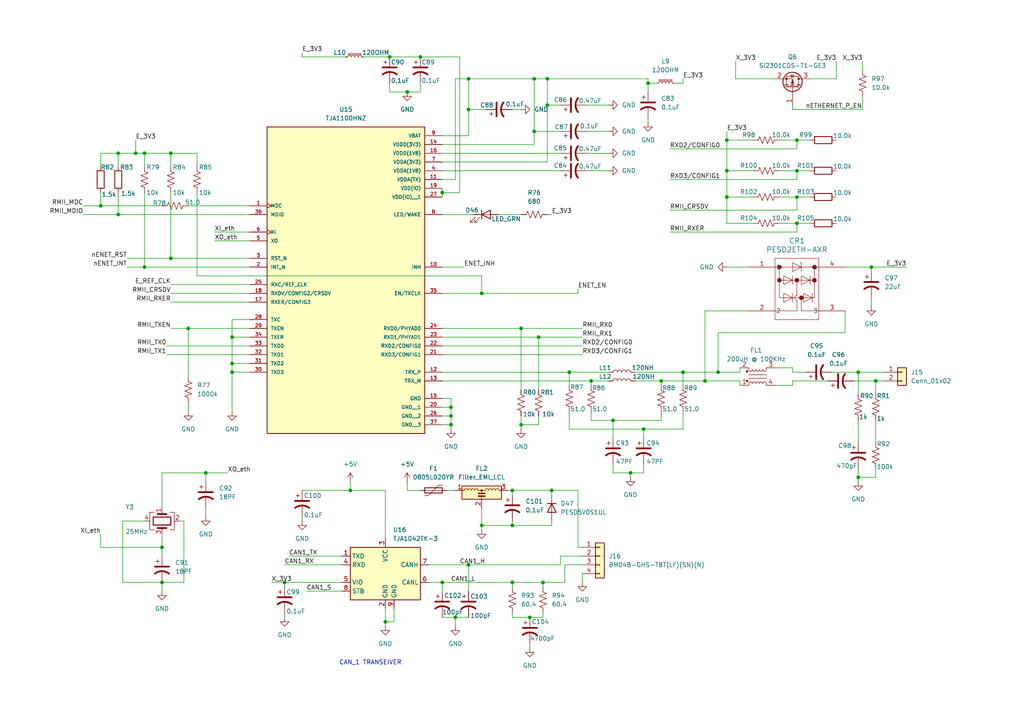
<source format=kicad_sch>
(kicad_sch (version 20231120) (generator "eeschema") (generator_version "8.0")
  (paper "A4")
  (title_block (title "Ethernet") (rev "1") (company "TampanTech") (comment 1 "Drone Flight Management Unit"))
  (lib_symbols
    (symbol "Connector_Generic:Conn_01x02" (pin_names (offset 1.016) hide)
      (property "Reference" "J" (at 0 2.54 0))
      (property "Value" "Conn_01x02" (at 0 -5.08 0))
      (symbol "Conn_01x02_1_1"
        (pin passive line (at -5.08 0 0) (length 3.81) (name "Pin_1") (number "1"))
        (pin passive line (at -5.08 -2.54 0) (length 3.81) (name "Pin_2") (number "2"))
      )
    )
    (symbol "Connector_Generic:Conn_01x04" (pin_names (offset 1.016) hide)
      (property "Reference" "J" (at 0 5.08 0))
      (property "Value" "Conn_01x04" (at 0 -7.62 0))
      (symbol "Conn_01x04_1_1"
        (pin passive line (at -5.08 2.54 0) (length 3.81) (name "Pin_1") (number "1"))
        (pin passive line (at -5.08 0 0) (length 3.81) (name "Pin_2") (number "2"))
        (pin passive line (at -5.08 -2.54 0) (length 3.81) (name "Pin_3") (number "3"))
        (pin passive line (at -5.08 -5.08 0) (length 3.81) (name "Pin_4") (number "4"))
      )
    )
    (symbol "Device:C_Polarized_US" (pin_numbers hide) (pin_names (offset 0.254) hide)
      (property "Reference" "C" (at 0.635 2.54 0))
      (property "Value" "C_Polarized_US" (at 0.635 -2.54 0))
      (symbol "C_Polarized_US_1_1"
        (pin passive line (at 0 3.81 270) (length 2.794) (name "~") (number "1"))
        (pin passive line (at 0 -3.81 90) (length 3.302) (name "~") (number "2"))
      )
    )
    (symbol "Device:Crystal_GND24" (pin_names (offset 1.016) hide)
      (property "Reference" "Y" (at 3.175 5.08 0))
      (property "Value" "Crystal_GND24" (at 3.175 3.175 0))
      (symbol "Crystal_GND24_1_1"
        (pin passive line (at -3.81 0 0) (length 1.27) (name "1") (number "1"))
        (pin passive line (at 0 5.08 270) (length 1.27) (name "2") (number "2"))
        (pin passive line (at 3.81 0 180) (length 1.27) (name "3") (number "3"))
        (pin passive line (at 0 -5.08 90) (length 1.27) (name "4") (number "4"))
      )
    )
    (symbol "Device:D" (pin_numbers hide) (pin_names (offset 1.016) hide)
      (property "Reference" "D" (at 0 2.54 0))
      (property "Value" "D" (at 0 -2.54 0))
      (symbol "D_1_1"
        (pin passive line (at -3.81 0 0) (length 2.54) (name "K") (number "1"))
        (pin passive line (at 3.81 0 180) (length 2.54) (name "A") (number "2"))
      )
    )
    (symbol "Device:Filter_EMI_LCL" (pin_names (offset 0.254) hide)
      (property "Reference" "FL" (at 0 6.985 0))
      (property "Value" "Filter_EMI_LCL" (at 0 5.08 0))
      (symbol "Filter_EMI_LCL_1_1"
        (pin passive line (at -7.62 2.54 0) (length 2.54) (name "1") (number "1"))
        (pin passive line (at 0 -2.54 90) (length 2.54) (name "2") (number "2"))
        (pin passive line (at 7.62 2.54 180) (length 2.54) (name "3") (number "3"))
      )
    )
    (symbol "Device:Filter_EMI_LL_1423" (pin_names hide)
      (property "Reference" "FL" (at 0 4.445 0))
      (property "Value" "Filter_EMI_LL_1423" (at 0 -4.445 0))
      (symbol "Filter_EMI_LL_1423_1_1"
        (pin passive line (at -5.08 -2.54 0) (length 2.54) (name "1") (number "1"))
        (pin passive line (at -5.08 2.54 0) (length 2.54) (name "2") (number "2"))
        (pin passive line (at 5.08 2.54 180) (length 2.54) (name "3") (number "3"))
        (pin passive line (at 5.08 -2.54 180) (length 2.54) (name "4") (number "4"))
      )
    )
    (symbol "Device:L" (pin_numbers hide) (pin_names (offset 1.016) hide)
      (property "Reference" "L" (at -1.27 0 90))
      (property "Value" "L" (at 1.905 0 90))
      (symbol "L_1_1"
        (pin passive line (at 0 3.81 270) (length 1.27) (name "1") (number "1"))
        (pin passive line (at 0 -3.81 90) (length 1.27) (name "2") (number "2"))
      )
    )
    (symbol "Device:LED" (pin_numbers hide) (pin_names (offset 1.016) hide)
      (property "Reference" "D" (at 0 2.54 0))
      (property "Value" "LED" (at 0 -2.54 0))
      (symbol "LED_1_1"
        (pin passive line (at -3.81 0 0) (length 2.54) (name "K") (number "1"))
        (pin passive line (at 3.81 0 180) (length 2.54) (name "A") (number "2"))
      )
    )
    (symbol "Device:L_Ferrite_Small" (pin_numbers hide) (pin_names (offset 0.254) hide)
      (property "Reference" "L" (at 1.27 1.016 0))
      (property "Value" "L_Ferrite_Small" (at 1.27 -1.27 0))
      (symbol "L_Ferrite_Small_1_1"
        (pin passive line (at 0 2.54 270) (length 0.508) (name "~") (number "1"))
        (pin passive line (at 0 -2.54 90) (length 0.508) (name "~") (number "2"))
      )
    )
    (symbol "Device:Polyfuse" (pin_numbers hide) (pin_names (offset 0))
      (property "Reference" "F" (at -2.54 0 90))
      (property "Value" "Polyfuse" (at 2.54 0 90))
      (symbol "Polyfuse_1_1"
        (pin passive line (at 0 3.81 270) (length 1.27) (name "~") (number "1"))
        (pin passive line (at 0 -3.81 90) (length 1.27) (name "~") (number "2"))
      )
    )
    (symbol "Device:R" (pin_numbers hide) (pin_names (offset 0))
      (property "Reference" "R" (at 2.032 0 90))
      (property "Value" "R" (at 0 0 90))
      (symbol "R_1_1"
        (pin passive line (at 0 3.81 270) (length 1.27) (name "~") (number "1"))
        (pin passive line (at 0 -3.81 90) (length 1.27) (name "~") (number "2"))
      )
    )
    (symbol "Device:R_US" (pin_numbers hide) (pin_names (offset 0))
      (property "Reference" "R" (at 2.54 0 90))
      (property "Value" "R_US" (at -2.54 0 90))
      (symbol "R_US_1_1"
        (pin passive line (at 0 3.81 270) (length 1.27) (name "~") (number "1"))
        (pin passive line (at 0 -3.81 90) (length 1.27) (name "~") (number "2"))
      )
    )
    (symbol "Interface_CAN_LIN:TJA1042TK-3"
      (property "Reference" "U" (at -10.16 8.89 0))
      (property "Value" "TJA1042TK-3" (at 1.27 8.89 0))
      (symbol "TJA1042TK-3_1_1"
        (pin input line (at -12.7 5.08 0) (length 2.54) (name "TXD") (number "1"))
        (pin power_in line (at 0 -10.16 90) (length 2.54) (name "GND") (number "2"))
        (pin power_in line (at 0 10.16 270) (length 2.54) (name "VCC") (number "3"))
        (pin output line (at -12.7 2.54 0) (length 2.54) (name "RXD") (number "4"))
        (pin power_in line (at -12.7 -2.54 0) (length 2.54) (name "VIO") (number "5"))
        (pin bidirectional line (at 12.7 -2.54 180) (length 2.54) (name "CANL") (number "6"))
        (pin bidirectional line (at 12.7 2.54 180) (length 2.54) (name "CANH") (number "7"))
        (pin input line (at -12.7 -5.08 0) (length 2.54) (name "STB") (number "8"))
        (pin power_in line (at 2.54 -10.16 90) (length 2.54) (name "GND") (number "9"))
      )
    )
    (symbol "PESD2ETH_AXR:PESD2ETH-AXR" (pin_names (offset 0.254))
      (property "Reference" "CR" (at 15.24 7.62 0))
      (property "Value" "PESD2ETH-AXR" (at 20.32 5.08 0))
      (symbol "PESD2ETH-AXR_0_1"
        (pin unspecified line (at 0 0 0) (length 7.62) (name "1") (number "1"))
        (pin unspecified line (at 0 -12.7 0) (length 7.62) (name "2") (number "2"))
        (pin unspecified line (at 27.94 -12.7 180) (length 7.62) (name "3") (number "3"))
        (pin unspecified line (at 27.94 0 180) (length 7.62) (name "4") (number "4"))
      )
    )
    (symbol "TJA1100:TJA1100HNZ" (pin_names (offset 1.016))
      (property "Reference" "U" (at -22.86 40.64 0))
      (property "Value" "TJA1100HNZ" (at -22.86 -53.34 0))
      (symbol "TJA1100HNZ_0_0"
        (pin input clock (at -27.94 15.24 0) (length 5.08) (name "MDC") (number "1"))
        (pin output line (at 27.94 -2.54 180) (length 5.08) (name "INH") (number "10"))
        (pin power_in line (at 27.94 22.86 180) (length 5.08) (name "VDDA(TX)") (number "11"))
        (pin bidirectional line (at 27.94 -33.02 180) (length 5.08) (name "TRX_P") (number "12"))
        (pin bidirectional line (at 27.94 -35.56 180) (length 5.08) (name "TRX_M") (number "13"))
        (pin power_in line (at 27.94 33.02 180) (length 5.08) (name "VDDD(3V3)") (number "14"))
        (pin power_in line (at 27.94 -40.64 180) (length 5.08) (name "GND") (number "15"))
        (pin power_in line (at 27.94 30.48 180) (length 5.08) (name "VDDD(1V8)") (number "16"))
        (pin bidirectional line (at -27.94 -12.7 0) (length 5.08) (name "RXER/CONFIG3") (number "17"))
        (pin bidirectional line (at -27.94 -10.16 0) (length 5.08) (name "RXDV/CONFIG2/CRSDV") (number "18"))
        (pin power_in line (at 27.94 20.32 180) (length 5.08) (name "VDD(IO)") (number "19"))
        (pin output line (at -27.94 -2.54 0) (length 5.08) (name "INT_N") (number "2"))
        (pin power_in line (at 27.94 -43.18 180) (length 5.08) (name "GND__1") (number "20"))
        (pin bidirectional line (at 27.94 -27.94 180) (length 5.08) (name "RXD3/CONFIG1") (number "21"))
        (pin bidirectional line (at 27.94 -25.4 180) (length 5.08) (name "RXD2/CONFIG0") (number "22"))
        (pin bidirectional line (at 27.94 -22.86 180) (length 5.08) (name "RXD1/PHYAD1") (number "23"))
        (pin bidirectional line (at 27.94 -20.32 180) (length 5.08) (name "RXD0/PHYAD0") (number "24"))
        (pin bidirectional line (at -27.94 -7.62 0) (length 5.08) (name "RXC/REF_CLK") (number "25"))
        (pin power_in line (at 27.94 -45.72 180) (length 5.08) (name "GND__2") (number "26"))
        (pin power_in line (at 27.94 17.78 180) (length 5.08) (name "VDD(IO)__1") (number "27"))
        (pin bidirectional line (at -27.94 -17.78 0) (length 5.08) (name "TXC") (number "28"))
        (pin input line (at -27.94 -20.32 0) (length 5.08) (name "TXEN") (number "29"))
        (pin input line (at -27.94 0 0) (length 5.08) (name "RST_N") (number "3"))
        (pin input line (at -27.94 -33.02 0) (length 5.08) (name "TXD3") (number "30"))
        (pin input line (at -27.94 -30.48 0) (length 5.08) (name "TXD2") (number "31"))
        (pin input line (at -27.94 -27.94 0) (length 5.08) (name "TXD1") (number "32"))
        (pin input line (at -27.94 -25.4 0) (length 5.08) (name "TXD0") (number "33"))
        (pin input line (at -27.94 -22.86 0) (length 5.08) (name "TXER") (number "34"))
        (pin bidirectional line (at 27.94 -10.16 180) (length 5.08) (name "EN/TXCLK") (number "35"))
        (pin bidirectional line (at -27.94 12.7 0) (length 5.08) (name "MDIO") (number "36"))
        (pin power_in line (at 27.94 -48.26 180) (length 5.08) (name "GND__3") (number "37"))
        (pin power_in line (at 27.94 25.4 180) (length 5.08) (name "VDDA(1V8)") (number "4"))
        (pin output line (at -27.94 5.08 0) (length 5.08) (name "XO") (number "5"))
        (pin input clock (at -27.94 7.62 0) (length 5.08) (name "XI") (number "6"))
        (pin power_in line (at 27.94 27.94 180) (length 5.08) (name "VDDA(3V3)") (number "7"))
        (pin bidirectional line (at 27.94 12.7 180) (length 5.08) (name "LED/WAKE") (number "8"))
        (pin power_in line (at 27.94 35.56 180) (length 5.08) (name "VBAT") (number "9"))
      )
    )
    (symbol "Transistor_FET:Si2319CDS" (pin_names hide)
      (property "Reference" "Q" (at 5.08 1.905 0))
      (property "Value" "Si2319CDS" (at 5.08 0 0))
      (symbol "Si2319CDS_1_1"
        (pin input line (at -5.08 0 0) (length 2.54) (name "G") (number "1"))
        (pin passive line (at 2.54 -5.08 90) (length 2.54) (name "S") (number "2"))
        (pin passive line (at 2.54 5.08 270) (length 2.54) (name "D") (number "3"))
      )
    )
    (symbol "power:+5V" (power) (pin_numbers hide) (pin_names (offset 0) hide)
      (property "Value" "+5V" (at 0 3.556 0))
      (symbol "+5V_1_1"
        (pin power_in line (at 0 0 90) (length 0) (name "~") (number "1"))
      )
    )
    (symbol "power:GND" (power) (pin_numbers hide) (pin_names (offset 0) hide)
      (property "Value" "GND" (at 0 -3.81 0))
      (symbol "GND_1_1"
        (pin power_in line (at 0 0 270) (length 0) (name "~") (number "1"))
      )
    )
  )
  (junction (at 231.14 57.15))
  (junction (at 252.73 77.47))
  (junction (at 148.59 142.24))
  (junction (at 160.02 142.24))
  (junction (at 118.11 26.67))
  (junction (at 158.75 22.86))
  (junction (at 151.13 95.25))
  (junction (at 111.76 180.34))
  (junction (at 67.31 107.95))
  (junction (at 39.37 44.45))
  (junction (at 34.29 44.45))
  (junction (at 139.7 152.4))
  (junction (at 165.1 107.95))
  (junction (at 157.48 168.91))
  (junction (at 254 110.49))
  (junction (at 186.69 124.46))
  (junction (at 46.99 168.91))
  (junction (at 46.99 158.75))
  (junction (at 177.8 121.92))
  (junction (at 191.77 110.49))
  (junction (at 67.31 97.79))
  (junction (at 41.91 77.47))
  (junction (at 187.96 24.13))
  (junction (at 29.21 59.69))
  (junction (at 171.45 110.49))
  (junction (at 248.92 107.95))
  (junction (at 210.82 57.15))
  (junction (at 135.89 22.86))
  (junction (at 135.89 163.83))
  (junction (at 128.27 55.88))
  (junction (at 204.47 110.49))
  (junction (at 121.92 16.51))
  (junction (at 49.53 74.93))
  (junction (at 248.92 138.43))
  (junction (at 182.88 137.16))
  (junction (at 130.81 118.11))
  (junction (at 231.14 49.53))
  (junction (at 130.81 123.19))
  (junction (at 148.59 152.4))
  (junction (at 49.53 44.45))
  (junction (at 67.31 105.41))
  (junction (at 210.82 49.53))
  (junction (at 156.21 97.79))
  (junction (at 34.29 62.23))
  (junction (at 139.7 85.09))
  (junction (at 231.14 64.77))
  (junction (at 113.03 16.51))
  (junction (at 154.94 38.1))
  (junction (at 135.89 31.75))
  (junction (at 158.75 30.48))
  (junction (at 148.59 168.91))
  (junction (at 82.55 168.91))
  (junction (at 151.13 123.19))
  (junction (at 101.6 142.24))
  (junction (at 41.91 44.45))
  (junction (at 153.67 179.07))
  (junction (at 231.14 40.64))
  (junction (at 208.28 107.95))
  (junction (at 132.08 179.07))
  (junction (at 54.61 95.25))
  (junction (at 128.27 168.91))
  (junction (at 154.94 22.86))
  (junction (at 130.81 120.65))
  (junction (at 198.12 107.95))
  (junction (at 59.69 137.16))
  (junction (at 210.82 40.64))
  (wire (pts (xy 128.27 39.37) (xy 135.89 39.37)))
  (wire (pts (xy 153.67 186.69) (xy 153.67 187.96)))
  (wire (pts (xy 128.27 120.65) (xy 130.81 120.65)))
  (wire (pts (xy 124.46 168.91) (xy 128.27 168.91)))
  (wire (pts (xy 128.27 102.87) (xy 168.91 102.87)))
  (wire (pts (xy 135.89 22.86) (xy 154.94 22.86)))
  (wire (pts (xy 24.13 62.23) (xy 34.29 62.23)))
  (wire (pts (xy 208.28 107.95) (xy 214.63 107.95)))
  (wire (pts (xy 247.65 110.49) (xy 254 110.49)))
  (wire (pts (xy 48.26 100.33) (xy 72.39 100.33)))
  (wire (pts (xy 229.87 110.49) (xy 240.03 110.49)))
  (wire (pts (xy 132.08 52.07) (xy 128.27 52.07)))
  (wire (pts (xy 158.75 22.86) (xy 187.96 22.86)))
  (wire (pts (xy 128.27 49.53) (xy 162.56 49.53)))
  (wire (pts (xy 147.32 142.24) (xy 148.59 142.24)))
  (wire (pts (xy 210.82 77.47) (xy 217.17 77.47)))
  (wire (pts (xy 210.82 40.64) (xy 210.82 49.53)))
  (wire (pts (xy 67.31 105.41) (xy 67.31 107.95)))
  (wire (pts (xy 154.94 41.91) (xy 154.94 38.1)))
  (wire (pts (xy 49.53 82.55) (xy 72.39 82.55)))
  (wire (pts (xy 135.89 39.37) (xy 135.89 31.75)))
  (wire (pts (xy 229.87 110.49) (xy 229.87 111.76)))
  (wire (pts (xy 242.57 22.86) (xy 234.95 22.86)))
  (wire (pts (xy 170.18 49.53) (xy 176.53 49.53)))
  (wire (pts (xy 156.21 97.79) (xy 168.91 97.79)))
  (wire (pts (xy 128.27 107.95) (xy 165.1 107.95)))
  (wire (pts (xy 139.7 152.4) (xy 148.59 152.4)))
  (wire (pts (xy 245.11 90.17) (xy 245.11 96.52)))
  (wire (pts (xy 248.92 107.95) (xy 248.92 114.3)))
  (wire (pts (xy 160.02 152.4) (xy 148.59 152.4)))
  (wire (pts (xy 165.1 124.46) (xy 186.69 124.46)))
  (wire (pts (xy 135.89 171.45) (xy 135.89 163.83)))
  (wire (pts (xy 250.19 17.78) (xy 250.19 20.32)))
  (wire (pts (xy 128.27 55.88) (xy 133.35 55.88)))
  (wire (pts (xy 128.27 54.61) (xy 128.27 55.88)))
  (wire (pts (xy 128.27 95.25) (xy 151.13 95.25)))
  (wire (pts (xy 250.19 31.75) (xy 250.19 27.94)))
  (wire (pts (xy 231.14 64.77) (xy 234.95 64.77)))
  (wire (pts (xy 229.87 107.95) (xy 233.68 107.95)))
  (wire (pts (xy 165.1 111.76) (xy 165.1 107.95)))
  (wire (pts (xy 88.9 171.45) (xy 99.06 171.45)))
  (wire (pts (xy 151.13 95.25) (xy 168.91 95.25)))
  (wire (pts (xy 157.48 168.91) (xy 163.83 168.91)))
  (wire (pts (xy 111.76 180.34) (xy 111.76 181.61)))
  (wire (pts (xy 210.82 57.15) (xy 218.44 57.15)))
  (wire (pts (xy 124.46 163.83) (xy 135.89 163.83)))
  (wire (pts (xy 67.31 97.79) (xy 72.39 97.79)))
  (wire (pts (xy 231.14 64.77) (xy 231.14 67.31)))
  (wire (pts (xy 187.96 26.67) (xy 187.96 24.13)))
  (wire (pts (xy 148.59 31.75) (xy 151.13 31.75)))
  (wire (pts (xy 213.36 22.86) (xy 224.79 22.86)))
  (wire (pts (xy 187.96 22.86) (xy 187.96 24.13)))
  (wire (pts (xy 170.18 44.45) (xy 176.53 44.45)))
  (wire (pts (xy 113.03 16.51) (xy 121.92 16.51)))
  (wire (pts (xy 187.96 24.13) (xy 190.5 24.13)))
  (wire (pts (xy 132.08 181.61) (xy 132.08 179.07)))
  (wire (pts (xy 171.45 110.49) (xy 171.45 111.76)))
  (wire (pts (xy 54.61 116.84) (xy 54.61 119.38)))
  (wire (pts (xy 53.34 151.13) (xy 53.34 168.91)))
  (wire (pts (xy 214.63 110.49) (xy 214.63 111.76)))
  (wire (pts (xy 53.34 168.91) (xy 46.99 168.91)))
  (wire (pts (xy 83.82 161.29) (xy 99.06 161.29)))
  (wire (pts (xy 171.45 119.38) (xy 171.45 121.92)))
  (wire (pts (xy 226.06 49.53) (xy 231.14 49.53)))
  (wire (pts (xy 82.55 168.91) (xy 99.06 168.91)))
  (wire (pts (xy 41.91 44.45) (xy 49.53 44.45)))
  (wire (pts (xy 229.87 31.75) (xy 250.19 31.75)))
  (wire (pts (xy 154.94 38.1) (xy 154.94 22.86)))
  (wire (pts (xy 148.59 152.4) (xy 148.59 151.13)))
  (wire (pts (xy 46.99 158.75) (xy 46.99 161.29)))
  (wire (pts (xy 157.48 179.07) (xy 157.48 177.8)))
  (wire (pts (xy 165.1 119.38) (xy 165.1 124.46)))
  (wire (pts (xy 226.06 40.64) (xy 231.14 40.64)))
  (wire (pts (xy 135.89 163.83) (xy 162.56 163.83)))
  (wire (pts (xy 163.83 168.91) (xy 163.83 163.83)))
  (wire (pts (xy 177.8 137.16) (xy 182.88 137.16)))
  (wire (pts (xy 160.02 142.24) (xy 167.64 142.24)))
  (wire (pts (xy 111.76 156.21) (xy 111.76 142.24)))
  (wire (pts (xy 245.11 77.47) (xy 252.73 77.47)))
  (wire (pts (xy 167.64 83.82) (xy 167.64 85.09)))
  (wire (pts (xy 226.06 64.77) (xy 231.14 64.77)))
  (wire (pts (xy 210.82 38.1) (xy 210.82 40.64)))
  (wire (pts (xy 128.27 179.07) (xy 132.08 179.07)))
  (wire (pts (xy 163.83 163.83) (xy 168.91 163.83)))
  (wire (pts (xy 82.55 177.8) (xy 82.55 179.07)))
  (wire (pts (xy 167.64 142.24) (xy 167.64 158.75)))
  (wire (pts (xy 128.27 123.19) (xy 130.81 123.19)))
  (wire (pts (xy 82.55 163.83) (xy 99.06 163.83)))
  (wire (pts (xy 162.56 163.83) (xy 162.56 161.29)))
  (wire (pts (xy 198.12 24.13) (xy 198.12 22.86)))
  (wire (pts (xy 46.99 168.91) (xy 46.99 171.45)))
  (wire (pts (xy 128.27 55.88) (xy 128.27 57.15)))
  (wire (pts (xy 29.21 44.45) (xy 34.29 44.45)))
  (wire (pts (xy 36.83 77.47) (xy 41.91 77.47)))
  (wire (pts (xy 248.92 135.89) (xy 248.92 138.43)))
  (wire (pts (xy 78.74 168.91) (xy 82.55 168.91)))
  (wire (pts (xy 49.53 74.93) (xy 72.39 74.93)))
  (wire (pts (xy 254 110.49) (xy 256.54 110.49)))
  (wire (pts (xy 204.47 90.17) (xy 204.47 110.49)))
  (wire (pts (xy 153.67 179.07) (xy 157.48 179.07)))
  (wire (pts (xy 231.14 49.53) (xy 231.14 52.07)))
  (wire (pts (xy 128.27 115.57) (xy 130.81 115.57)))
  (wire (pts (xy 231.14 43.18) (xy 194.31 43.18)))
  (wire (pts (xy 208.28 96.52) (xy 208.28 107.95)))
  (wire (pts (xy 191.77 121.92) (xy 191.77 119.38)))
  (wire (pts (xy 254 135.89) (xy 254 138.43)))
  (wire (pts (xy 204.47 110.49) (xy 214.63 110.49)))
  (wire (pts (xy 128.27 100.33) (xy 168.91 100.33)))
  (wire (pts (xy 154.94 22.86) (xy 158.75 22.86)))
  (wire (pts (xy 128.27 77.47) (xy 134.62 77.47)))
  (wire (pts (xy 191.77 111.76) (xy 191.77 110.49)))
  (wire (pts (xy 148.59 179.07) (xy 153.67 179.07)))
  (wire (pts (xy 29.21 154.94) (xy 29.21 158.75)))
  (wire (pts (xy 129.54 142.24) (xy 132.08 142.24)))
  (wire (pts (xy 214.63 107.95) (xy 214.63 106.68)))
  (wire (pts (xy 229.87 31.75) (xy 229.87 30.48)))
  (wire (pts (xy 198.12 107.95) (xy 198.12 111.76)))
  (wire (pts (xy 87.63 142.24) (xy 101.6 142.24)))
  (wire (pts (xy 176.53 30.48) (xy 170.18 30.48)))
  (wire (pts (xy 139.7 85.09) (xy 139.7 80.01)))
  (wire (pts (xy 191.77 110.49) (xy 204.47 110.49)))
  (wire (pts (xy 62.23 69.85) (xy 72.39 69.85)))
  (wire (pts (xy 194.31 60.96) (xy 231.14 60.96)))
  (wire (pts (xy 39.37 40.64) (xy 39.37 44.45)))
  (wire (pts (xy 118.11 139.7) (xy 118.11 142.24)))
  (wire (pts (xy 194.31 52.07) (xy 231.14 52.07)))
  (wire (pts (xy 46.99 137.16) (xy 59.69 137.16)))
  (wire (pts (xy 156.21 123.19) (xy 151.13 123.19)))
  (wire (pts (xy 148.59 142.24) (xy 148.59 143.51)))
  (wire (pts (xy 252.73 77.47) (xy 262.89 77.47)))
  (wire (pts (xy 231.14 57.15) (xy 231.14 60.96)))
  (wire (pts (xy 34.29 55.88) (xy 34.29 62.23)))
  (wire (pts (xy 210.82 57.15) (xy 210.82 64.77)))
  (wire (pts (xy 49.53 44.45) (xy 49.53 48.26)))
  (wire (pts (xy 113.03 26.67) (xy 118.11 26.67)))
  (wire (pts (xy 158.75 46.99) (xy 158.75 30.48)))
  (wire (pts (xy 135.89 31.75) (xy 135.89 22.86)))
  (wire (pts (xy 118.11 142.24) (xy 121.92 142.24)))
  (wire (pts (xy 186.69 137.16) (xy 182.88 137.16)))
  (wire (pts (xy 252.73 86.36) (xy 252.73 88.9)))
  (wire (pts (xy 49.53 44.45) (xy 57.15 44.45)))
  (wire (pts (xy 29.21 59.69) (xy 46.99 59.69)))
  (wire (pts (xy 67.31 107.95) (xy 72.39 107.95)))
  (wire (pts (xy 49.53 95.25) (xy 54.61 95.25)))
  (wire (pts (xy 57.15 55.88) (xy 57.15 80.01)))
  (wire (pts (xy 242.57 17.78) (xy 242.57 22.86)))
  (wire (pts (xy 41.91 151.13) (xy 35.56 151.13)))
  (wire (pts (xy 130.81 115.57) (xy 130.81 118.11)))
  (wire (pts (xy 248.92 107.95) (xy 256.54 107.95)))
  (wire (pts (xy 105.41 16.51) (xy 113.03 16.51)))
  (wire (pts (xy 151.13 95.25) (xy 151.13 113.03)))
  (wire (pts (xy 35.56 168.91) (xy 46.99 168.91)))
  (wire (pts (xy 132.08 22.86) (xy 135.89 22.86)))
  (wire (pts (xy 231.14 40.64) (xy 234.95 40.64)))
  (wire (pts (xy 148.59 168.91) (xy 148.59 170.18)))
  (wire (pts (xy 118.11 26.67) (xy 121.92 26.67)))
  (wire (pts (xy 198.12 124.46) (xy 198.12 119.38)))
  (wire (pts (xy 121.92 16.51) (xy 133.35 16.51)))
  (wire (pts (xy 139.7 153.67) (xy 139.7 152.4)))
  (wire (pts (xy 157.48 168.91) (xy 157.48 170.18)))
  (wire (pts (xy 128.27 44.45) (xy 162.56 44.45)))
  (wire (pts (xy 114.3 180.34) (xy 111.76 180.34)))
  (wire (pts (xy 67.31 105.41) (xy 72.39 105.41)))
  (wire (pts (xy 128.27 171.45) (xy 128.27 168.91)))
  (wire (pts (xy 187.96 34.29) (xy 187.96 35.56)))
  (wire (pts (xy 132.08 179.07) (xy 135.89 179.07)))
  (wire (pts (xy 113.03 24.13) (xy 113.03 26.67)))
  (wire (pts (xy 165.1 107.95) (xy 176.53 107.95)))
  (wire (pts (xy 34.29 62.23) (xy 72.39 62.23)))
  (wire (pts (xy 67.31 107.95) (xy 67.31 119.38)))
  (wire (pts (xy 67.31 97.79) (xy 67.31 105.41)))
  (wire (pts (xy 194.31 67.31) (xy 231.14 67.31)))
  (wire (pts (xy 252.73 77.47) (xy 252.73 78.74)))
  (wire (pts (xy 59.69 137.16) (xy 66.04 137.16)))
  (wire (pts (xy 229.87 111.76) (xy 224.79 111.76)))
  (wire (pts (xy 210.82 49.53) (xy 210.82 57.15)))
  (wire (pts (xy 154.94 38.1) (xy 162.56 38.1)))
  (wire (pts (xy 226.06 57.15) (xy 231.14 57.15)))
  (wire (pts (xy 139.7 85.09) (xy 167.64 85.09)))
  (wire (pts (xy 177.8 121.92) (xy 177.8 127)))
  (wire (pts (xy 130.81 123.19) (xy 130.81 124.46)))
  (wire (pts (xy 128.27 97.79) (xy 156.21 97.79)))
  (wire (pts (xy 128.27 62.23) (xy 137.16 62.23)))
  (wire (pts (xy 151.13 123.19) (xy 151.13 124.46)))
  (wire (pts (xy 158.75 30.48) (xy 158.75 22.86)))
  (wire (pts (xy 182.88 138.43) (xy 182.88 137.16)))
  (wire (pts (xy 72.39 92.71) (xy 67.31 92.71)))
  (wire (pts (xy 229.87 106.68) (xy 229.87 107.95)))
  (wire (pts (xy 151.13 120.65) (xy 151.13 123.19)))
  (wire (pts (xy 231.14 57.15) (xy 234.95 57.15)))
  (wire (pts (xy 24.13 59.69) (xy 29.21 59.69)))
  (wire (pts (xy 195.58 24.13) (xy 198.12 24.13)))
  (wire (pts (xy 160.02 143.51) (xy 160.02 142.24)))
  (wire (pts (xy 184.15 107.95) (xy 198.12 107.95)))
  (wire (pts (xy 128.27 110.49) (xy 171.45 110.49)))
  (wire (pts (xy 52.07 151.13) (xy 53.34 151.13)))
  (wire (pts (xy 177.8 134.62) (xy 177.8 137.16)))
  (wire (pts (xy 254 110.49) (xy 254 114.3)))
  (wire (pts (xy 168.91 168.91) (xy 168.91 166.37)))
  (wire (pts (xy 210.82 49.53) (xy 218.44 49.53)))
  (wire (pts (xy 87.63 16.51) (xy 100.33 16.51)))
  (wire (pts (xy 34.29 44.45) (xy 34.29 48.26)))
  (wire (pts (xy 130.81 120.65) (xy 130.81 123.19)))
  (wire (pts (xy 160.02 151.13) (xy 160.02 152.4)))
  (wire (pts (xy 29.21 48.26) (xy 29.21 44.45)))
  (wire (pts (xy 54.61 95.25) (xy 54.61 109.22)))
  (wire (pts (xy 158.75 30.48) (xy 162.56 30.48)))
  (wire (pts (xy 49.53 85.09) (xy 72.39 85.09)))
  (wire (pts (xy 148.59 168.91) (xy 157.48 168.91)))
  (wire (pts (xy 128.27 41.91) (xy 154.94 41.91)))
  (wire (pts (xy 49.53 87.63) (xy 72.39 87.63)))
  (wire (pts (xy 29.21 158.75) (xy 46.99 158.75)))
  (wire (pts (xy 245.11 96.52) (xy 208.28 96.52)))
  (wire (pts (xy 82.55 168.91) (xy 82.55 170.18)))
  (wire (pts (xy 170.18 38.1) (xy 176.53 38.1)))
  (wire (pts (xy 111.76 142.24) (xy 101.6 142.24)))
  (wire (pts (xy 87.63 149.86) (xy 87.63 151.13)))
  (wire (pts (xy 41.91 77.47) (xy 72.39 77.47)))
  (wire (pts (xy 62.23 67.31) (xy 72.39 67.31)))
  (wire (pts (xy 156.21 97.79) (xy 156.21 113.03)))
  (wire (pts (xy 148.59 177.8) (xy 148.59 179.07)))
  (wire (pts (xy 158.75 62.23) (xy 160.02 62.23)))
  (wire (pts (xy 139.7 147.32) (xy 139.7 152.4)))
  (wire (pts (xy 160.02 142.24) (xy 148.59 142.24)))
  (wire (pts (xy 224.79 106.68) (xy 229.87 106.68)))
  (wire (pts (xy 210.82 64.77) (xy 218.44 64.77)))
  (wire (pts (xy 54.61 59.69) (xy 72.39 59.69)))
  (wire (pts (xy 254 138.43) (xy 248.92 138.43)))
  (wire (pts (xy 248.92 138.43) (xy 248.92 139.7)))
  (wire (pts (xy 46.99 154.94) (xy 46.99 158.75)))
  (wire (pts (xy 254 121.92) (xy 254 128.27)))
  (wire (pts (xy 59.69 147.32) (xy 59.69 149.86)))
  (wire (pts (xy 111.76 176.53) (xy 111.76 180.34)))
  (wire (pts (xy 67.31 92.71) (xy 67.31 97.79)))
  (wire (pts (xy 114.3 176.53) (xy 114.3 180.34)))
  (wire (pts (xy 128.27 168.91) (xy 148.59 168.91)))
  (wire (pts (xy 186.69 124.46) (xy 198.12 124.46)))
  (wire (pts (xy 128.27 85.09) (xy 139.7 85.09)))
  (wire (pts (xy 128.27 46.99) (xy 158.75 46.99)))
  (wire (pts (xy 39.37 44.45) (xy 41.91 44.45)))
  (wire (pts (xy 171.45 110.49) (xy 176.53 110.49)))
  (wire (pts (xy 217.17 90.17) (xy 204.47 90.17)))
  (wire (pts (xy 135.89 31.75) (xy 140.97 31.75)))
  (wire (pts (xy 191.77 110.49) (xy 184.15 110.49)))
  (wire (pts (xy 132.08 22.86) (xy 132.08 52.07)))
  (wire (pts (xy 35.56 151.13) (xy 35.56 168.91)))
  (wire (pts (xy 133.35 55.88) (xy 133.35 16.51)))
  (wire (pts (xy 186.69 134.62) (xy 186.69 137.16)))
  (wire (pts (xy 57.15 48.26) (xy 57.15 44.45)))
  (wire (pts (xy 101.6 142.24) (xy 101.6 139.7)))
  (wire (pts (xy 121.92 24.13) (xy 121.92 26.67)))
  (wire (pts (xy 36.83 74.93) (xy 49.53 74.93)))
  (wire (pts (xy 41.91 55.88) (xy 41.91 77.47)))
  (wire (pts (xy 177.8 121.92) (xy 191.77 121.92)))
  (wire (pts (xy 34.29 44.45) (xy 39.37 44.45)))
  (wire (pts (xy 186.69 124.46) (xy 186.69 127)))
  (wire (pts (xy 162.56 161.29) (xy 168.91 161.29)))
  (wire (pts (xy 49.53 55.88) (xy 49.53 74.93)))
  (wire (pts (xy 231.14 49.53) (xy 234.95 49.53)))
  (wire (pts (xy 29.21 55.88) (xy 29.21 59.69)))
  (wire (pts (xy 156.21 120.65) (xy 156.21 123.19)))
  (wire (pts (xy 139.7 80.01) (xy 57.15 80.01)))
  (wire (pts (xy 171.45 121.92) (xy 177.8 121.92)))
  (wire (pts (xy 144.78 62.23) (xy 151.13 62.23)))
  (wire (pts (xy 59.69 137.16) (xy 59.69 139.7)))
  (wire (pts (xy 213.36 17.78) (xy 213.36 22.86)))
  (wire (pts (xy 167.64 158.75) (xy 168.91 158.75)))
  (wire (pts (xy 128.27 118.11) (xy 130.81 118.11)))
  (wire (pts (xy 210.82 40.64) (xy 218.44 40.64)))
  (wire (pts (xy 231.14 40.64) (xy 231.14 43.18)))
  (wire (pts (xy 87.63 15.24) (xy 87.63 16.51)))
  (wire (pts (xy 46.99 147.32) (xy 46.99 137.16)))
  (wire (pts (xy 130.81 118.11) (xy 130.81 120.65)))
  (wire (pts (xy 248.92 121.92) (xy 248.92 128.27)))
  (wire (pts (xy 241.3 107.95) (xy 248.92 107.95)))
  (wire (pts (xy 198.12 107.95) (xy 208.28 107.95)))
  (wire (pts (xy 48.26 102.87) (xy 72.39 102.87)))
  (wire (pts (xy 54.61 95.25) (xy 72.39 95.25)))
  (wire (pts (xy 41.91 48.26) (xy 41.91 44.45)))
  (text "CAN_1 TRANSEIVER" (at 107.442 192.278 0) (effects (font (size 1.27 1.27))))
  (label "X_3V3" (at 213.36 17.78 0))
  (label "XO_eth" (at 62.23 69.85 0))
  (label "RMII_CRSDV" (at 194.31 60.96 0))
  (label "E_3V3" (at 262.89 77.47 180))
  (label "RMII_RXER" (at 194.31 67.31 0))
  (label "E_3V3" (at 210.82 38.1 0))
  (label "nETHERNET_P_EN" (at 233.68 31.75 0))
  (label "ENET_INH" (at 134.62 77.47 0))
  (label "ENET_EN" (at 167.64 83.82 0))
  (label "CAN1_H" (at 133.35 163.83 0))
  (label "RMII_TX0" (at 48.26 100.33 180))
  (label "RMII_RX1" (at 168.91 97.79 0))
  (label "XI_eth" (at 62.23 67.31 0))
  (label " RMII_MDIO" (at 24.13 62.23 180))
  (label "RMII_TXEN" (at 49.53 95.25 180))
  (label "CAN1_L" (at 130.81 168.91 0))
  (label "RXD3{slash}CONFIG1" (at 194.31 52.07 0))
  (label "E_REF_CLK" (at 49.53 82.55 180))
  (label "X_3V3" (at 250.19 17.78 180))
  (label "nENET_RST" (at 36.83 74.93 180))
  (label "RMII_RXER" (at 49.53 87.63 180))
  (label "RXD3{slash}CONFIG1" (at 168.91 102.87 0))
  (label "RMII_CRSDV" (at 49.53 85.09 180))
  (label "CAN1_TX" (at 83.82 161.29 0))
  (label "RMII_MDC" (at 24.13 59.69 180))
  (label "E_3V3" (at 242.57 17.78 180))
  (label "E_3V3" (at 39.37 40.64 0))
  (label "X_3V3" (at 78.74 168.91 0))
  (label "CAN1_RX" (at 82.55 163.83 0))
  (label "E_3V3" (at 87.63 15.24 0))
  (label "RMII_RX0" (at 168.91 95.25 0))
  (label "XI_eth" (at 29.21 154.94 180))
  (label "E_3V3" (at 198.12 22.86 0))
  (label "XO_eth" (at 66.04 137.16 0))
  (label "RXD2{slash}CONFIG0" (at 168.91 100.33 0))
  (label "CAN1_S" (at 88.9 171.45 0))
  (label "nENET_INT" (at 36.83 77.47 180))
  (label "RMII_TX1" (at 48.26 102.87 180))
  (label "RXD2{slash}CONFIG0" (at 194.31 43.18 0))
  (label "E_3V3" (at 160.02 62.23 0))
  (symbol (lib_id "Device:Filter_EMI_LCL") (at 139.7 144.78 0) (unit 1)
    (property "Reference" "FL2" (at 139.7 135.89 0))
    (property "Value" "Filter_EMI_LCL" (at 139.7 138.43 0))
    (property "Datasheet" "http://www.murata.com/~/media/webrenewal/support/library/catalog/products/emc/emifil/c31e.ashx?la=en-gb" (effects (hide yes)))
    (property "Description" "EMI T-filter (LCL)" (effects (hide yes)))
  )
  (symbol (lib_id "Device:C_Polarized_US") (at 135.89 175.26 0) (unit 1)
    (property "Reference" "C103" (at 136.398 172.974 0) (effects (justify left)))
    (property "Value" "100pF" (at 136.398 178.562 0) (effects (justify left)))
    (property "Description" "Polarized capacitor, US symbol" (effects (hide yes)))
  )
  (symbol (lib_id "Device:L_Ferrite_Small") (at 102.87 16.51 90) (unit 1)
    (property "Reference" "L10" (at 98.552 15.24 90))
    (property "Value" "120OHM" (at 108.966 15.24 90))
    (property "Description" "Inductor with ferrite core, small symbol" (effects (hide yes)))
  )
  (symbol (lib_id "power:GND") (at 176.53 49.53 90) (unit 1)
    (property "Reference" "#PWR0168" (effects (hide yes)))
    (property "Value" "GND" (at 180.34 49.5299 90) (effects (justify right)))
    (property "Description" "Power symbol creates a global label with name \"GND\" , ground" (effects (hide yes)))
  )
  (symbol (lib_id "power:+5V") (at 101.6 139.7 0) (unit 1)
    (property "Reference" "#PWR0181" (effects (hide yes)))
    (property "Value" "+5V" (at 101.6 134.62 0))
    (property "Description" "Power symbol creates a global label with name \"+5V\"" (effects (hide yes)))
  )
  (symbol (lib_id "power:GND") (at 252.73 88.9 0) (unit 1)
    (property "Reference" "#PWR0177" (effects (hide yes)))
    (property "Value" "GND" (at 252.73 93.98 0))
    (property "Description" "Power symbol creates a global label with name \"GND\" , ground" (effects (hide yes)))
  )
  (symbol (lib_id "Device:C_Polarized_US") (at 59.69 143.51 0) (unit 1)
    (property "Reference" "C92" (at 63.5 141.6049 0) (effects (justify left)))
    (property "Value" "18PF" (at 63.5 144.1449 0) (effects (justify left)))
    (property "Description" "Polarized capacitor, US symbol" (effects (hide yes)))
  )
  (symbol (lib_id "power:GND") (at 59.69 149.86 0) (unit 1)
    (property "Reference" "#PWR0174" (effects (hide yes)))
    (property "Value" "GND" (at 59.69 154.94 0))
    (property "Description" "Power symbol creates a global label with name \"GND\" , ground" (effects (hide yes)))
  )
  (symbol (lib_id "Device:R_US") (at 198.12 115.57 0) (unit 1)
    (property "Reference" "R89" (at 198.374 112.522 0) (effects (justify left)))
    (property "Value" "51.0" (at 198.374 118.618 0) (effects (justify left)))
    (property "Description" "Resistor, US symbol" (effects (hide yes)))
  )
  (symbol (lib_id "Transistor_FET:Si2319CDS") (at 229.87 25.4 270) (mirror x) (unit 1)
    (property "Reference" "Q6" (at 229.87 16.51 90))
    (property "Value" "Si2301CDS-T1-GE3" (at 229.87 19.05 90))
    (property "Footprint" "Package_TO_SOT_SMD:SOT-23" (effects (hide yes)))
    (property "Datasheet" "http://www.vishay.com/docs/66709/si2319cd.pdf" (effects (hide yes)))
    (property "Description" "-4.4A Id, -40V Vds, P-Channel MOSFET, SOT-23" (effects (hide yes)))
  )
  (symbol (lib_id "Device:R") (at 34.29 52.07 0) (unit 1)
    (property "Reference" "R83" (at 34.798 48.514 0) (effects (justify left)))
    (property "Value" "1.5k" (at 35.052 56.134 0) (effects (justify left)))
    (property "Description" "Resistor" (effects (hide yes)))
  )
  (symbol (lib_id "Device:R_US") (at 222.25 57.15 90) (unit 1)
    (property "Reference" "R102" (at 217.17 55.626 90))
    (property "Value" "10.0k" (at 226.568 55.626 90))
    (property "Description" "Resistor, US symbol" (effects (hide yes)))
  )
  (symbol (lib_id "Device:R_US") (at 191.77 115.57 0) (unit 1)
    (property "Reference" "R88" (at 192.024 112.522 0) (effects (justify left)))
    (property "Value" "51.0" (at 192.024 118.618 0) (effects (justify left)))
    (property "Description" "Resistor, US symbol" (effects (hide yes)))
  )
  (symbol (lib_id "Device:R_US") (at 151.13 116.84 0) (unit 1)
    (property "Reference" "R80" (at 151.638 113.792 0) (effects (justify left)))
    (property "Value" "10k" (at 151.638 120.142 0) (effects (justify left)))
    (property "Description" "Resistor, US symbol" (effects (hide yes)))
  )
  (symbol (lib_id "Device:LED") (at 140.97 62.23 0) (unit 1)
    (property "Reference" "D46" (at 136.906 60.96 0))
    (property "Value" "LED_GRN" (at 146.812 63.5 0))
    (property "Description" "Light emitting diode" (effects (hide yes)))
  )
  (symbol (lib_id "power:GND") (at 130.81 124.46 0) (unit 1)
    (property "Reference" "#PWR0162" (effects (hide yes)))
    (property "Value" "GND" (at 130.81 129.54 0))
    (property "Description" "Power symbol creates a global label with name \"GND\" , ground" (effects (hide yes)))
  )
  (symbol (lib_id "Device:Filter_EMI_LL_1423") (at 219.71 109.22 0) (unit 1)
    (property "Reference" "FL1" (at 219.329 101.6 0))
    (property "Value" "200uH @ 100KHz" (at 219.329 104.14 0))
    (property "Description" "EMI 2-inductor filter, pin-connections 1-4 and 2-3" (effects (hide yes)))
  )
  (symbol (lib_id "power:GND") (at 176.53 44.45 90) (unit 1)
    (property "Reference" "#PWR0169" (effects (hide yes)))
    (property "Value" "GND" (at 180.34 44.4499 90) (effects (justify right)))
    (property "Description" "Power symbol creates a global label with name \"GND\" , ground" (effects (hide yes)))
  )
  (symbol (lib_id "Device:C_Polarized_US") (at 166.37 30.48 90) (unit 1)
    (property "Reference" "C86" (at 162.56 28.956 90))
    (property "Value" "0.47uF" (at 171.196 29.21 90))
    (property "Description" "Polarized capacitor, US symbol" (effects (hide yes)))
  )
  (symbol (lib_id "Device:C_Polarized_US") (at 177.8 130.81 0) (unit 1)
    (property "Reference" "C93" (at 178.562 128.524 0) (effects (justify left)))
    (property "Value" "47PF" (at 178.562 133.858 0) (effects (justify left)))
    (property "Description" "Polarized capacitor, US symbol" (effects (hide yes)))
  )
  (symbol (lib_id "Device:C_Polarized_US") (at 166.37 38.1 90) (unit 1)
    (property "Reference" "C87" (at 162.814 36.83 90))
    (property "Value" "0.1uF" (at 170.942 36.576 90))
    (property "Description" "Polarized capacitor, US symbol" (effects (hide yes)))
  )
  (symbol (lib_id "Device:C_Polarized_US") (at 148.59 147.32 0) (unit 1)
    (property "Reference" "C101" (at 152.4 145.4149 0) (effects (justify left)))
    (property "Value" "0.1uF" (at 152.4 147.9549 0) (effects (justify left)))
    (property "Description" "Polarized capacitor, US symbol" (effects (hide yes)))
  )
  (symbol (lib_id "Device:R") (at 29.21 52.07 0) (unit 1)
    (property "Reference" "R82" (at 29.21 48.514 0) (effects (justify left)))
    (property "Value" "1.5k" (at 29.464 56.388 0) (effects (justify left)))
    (property "Description" "Resistor" (effects (hide yes)))
  )
  (symbol (lib_id "power:GND") (at 187.96 35.56 0) (unit 1)
    (property "Reference" "#PWR0167" (effects (hide yes)))
    (property "Value" "GND" (at 187.96 40.64 0))
    (property "Description" "Power symbol creates a global label with name \"GND\" , ground" (effects (hide yes)))
  )
  (symbol (lib_id "power:GND") (at 248.92 139.7 0) (unit 1)
    (property "Reference" "#PWR0178" (effects (hide yes)))
    (property "Value" "GND" (at 248.92 144.78 0))
    (property "Description" "Power symbol creates a global label with name \"GND\" , ground" (effects (hide yes)))
  )
  (symbol (lib_id "Device:R_US") (at 248.92 118.11 0) (unit 1)
    (property "Reference" "R90" (at 249.428 114.808 0) (effects (justify left)))
    (property "Value" "1k" (at 249.174 120.904 0) (effects (justify left)))
    (property "Description" "Resistor, US symbol" (effects (hide yes)))
  )
  (symbol (lib_id "Connector_Generic:Conn_01x04") (at 173.99 161.29 0) (unit 1)
    (property "Reference" "J16" (at 176.53 161.2899 0) (effects (justify left)))
    (property "Value" "BM04B-GHS-TBT(LF)(SN)(N)" (at 176.53 163.8299 0) (effects (justify left)))
    (property "Description" "Generic connector, single row, 01x04, script generated (kicad-library-utils/schlib/autogen/connector/)" (effects (hide yes)))
  )
  (symbol (lib_id "Device:R_US") (at 171.45 115.57 0) (unit 1)
    (property "Reference" "R86" (at 171.704 112.522 0) (effects (justify left)))
    (property "Value" "51.0" (at 171.704 118.618 0) (effects (justify left)))
    (property "Description" "Resistor, US symbol" (effects (hide yes)))
  )
  (symbol (lib_id "Device:R_US") (at 156.21 116.84 0) (unit 1)
    (property "Reference" "R81" (at 156.718 113.792 0) (effects (justify left)))
    (property "Value" "10k" (at 157.226 120.142 0) (effects (justify left)))
    (property "Description" "Resistor, US symbol" (effects (hide yes)))
  )
  (symbol (lib_id "Device:R") (at 238.76 40.64 90) (unit 1)
    (property "Reference" "R99" (at 233.68 39.116 90))
    (property "Value" "10.0k" (at 244.348 39.37 90))
    (property "Description" "Resistor" (effects (hide yes)))
  )
  (symbol (lib_id "power:GND") (at 54.61 119.38 0) (unit 1)
    (property "Reference" "#PWR0164" (effects (hide yes)))
    (property "Value" "GND" (at 54.61 124.46 0))
    (property "Description" "Power symbol creates a global label with name \"GND\" , ground" (effects (hide yes)))
  )
  (symbol (lib_id "power:GND") (at 118.11 26.67 0) (unit 1)
    (property "Reference" "#PWR0173" (effects (hide yes)))
    (property "Value" "GND" (at 118.11 31.75 0))
    (property "Description" "Power symbol creates a global label with name \"GND\" , ground" (effects (hide yes)))
  )
  (symbol (lib_id "power:GND") (at 46.99 171.45 0) (unit 1)
    (property "Reference" "#PWR0165" (effects (hide yes)))
    (property "Value" "GND" (at 46.99 176.53 0))
    (property "Description" "Power symbol creates a global label with name \"GND\" , ground" (effects (hide yes)))
  )
  (symbol (lib_id "Interface_CAN_LIN:TJA1042TK-3") (at 111.76 166.37 0) (unit 1)
    (property "Reference" "U16" (at 113.9541 153.67 0) (effects (justify left)))
    (property "Value" "TJA1042TK-3" (at 113.9541 156.21 0) (effects (justify left)))
    (property "Footprint" "Package_DFN_QFN:DFN-8-1EP_3x3mm_P0.65mm_EP1.55x2.4mm" (effects (hide yes)))
    (property "Datasheet" "http://www.nxp.com/docs/en/data-sheet/TJA1042.pdf" (effects (hide yes)))
    (property "Description" "High-Speed CAN Transceiver, separate VIO, standby mode, DFN-8-1EP" (effects (hide yes)))
  )
  (symbol (lib_id "Device:C_Polarized_US") (at 144.78 31.75 90) (unit 1)
    (property "Reference" "C88" (at 141.224 30.48 90))
    (property "Value" "0.1uF" (at 149.352 30.226 90))
    (property "Description" "Polarized capacitor, US symbol" (effects (hide yes)))
  )
  (symbol (lib_id "power:GND") (at 139.7 153.67 0) (unit 1)
    (property "Reference" "#PWR0184" (effects (hide yes)))
    (property "Value" "GND" (at 139.7 158.75 0))
    (property "Description" "Power symbol creates a global label with name \"GND\" , ground" (effects (hide yes)))
  )
  (symbol (lib_id "Device:C_Polarized_US") (at 87.63 146.05 0) (unit 1)
    (property "Reference" "C100" (at 88.138 143.764 0) (effects (justify left)))
    (property "Value" "0.1uF" (at 88.138 149.352 0) (effects (justify left)))
    (property "Description" "Polarized capacitor, US symbol" (effects (hide yes)))
  )
  (symbol (lib_id "Device:Crystal_GND24") (at 46.99 151.13 270) (unit 1)
    (property "Reference" "Y3" (at 37.592 147.066 90))
    (property "Value" "25MHz" (at 39.624 154.178 90))
    (property "Description" "Four pin crystal, GND on pins 2 and 4" (effects (hide yes)))
  )
  (symbol (lib_id "Device:C_Polarized_US") (at 82.55 173.99 0) (unit 1)
    (property "Reference" "C99" (at 83.058 171.704 0) (effects (justify left)))
    (property "Value" "0.1uF" (at 83.058 177.292 0) (effects (justify left)))
    (property "Description" "Polarized capacitor, US symbol" (effects (hide yes)))
  )
  (symbol (lib_id "Device:R_US") (at 222.25 40.64 90) (unit 1)
    (property "Reference" "R98" (at 217.17 39.116 90))
    (property "Value" "10.0k" (at 226.568 39.116 90))
    (property "Description" "Resistor, US symbol" (effects (hide yes)))
  )
  (symbol (lib_id "power:GND") (at 87.63 151.13 0) (unit 1)
    (property "Reference" "#PWR0182" (effects (hide yes)))
    (property "Value" "GND" (at 87.63 156.21 0))
    (property "Description" "Power symbol creates a global label with name \"GND\" , ground" (effects (hide yes)))
  )
  (symbol (lib_id "Device:R_US") (at 49.53 52.07 0) (unit 1)
    (property "Reference" "R84" (at 50.038 48.514 0) (effects (justify left)))
    (property "Value" "10k" (at 50.038 55.88 0) (effects (justify left)))
    (property "Description" "Resistor, US symbol" (effects (hide yes)))
  )
  (symbol (lib_id "Device:R_US") (at 57.15 52.07 0) (unit 1)
    (property "Reference" "R85" (at 57.658 48.514 0) (effects (justify left)))
    (property "Value" "10k" (at 57.658 55.88 0) (effects (justify left)))
    (property "Description" "Resistor, US symbol" (effects (hide yes)))
  )
  (symbol (lib_id "Device:R_US") (at 154.94 62.23 90) (unit 1)
    (property "Reference" "R76" (at 154.94 55.88 90))
    (property "Value" "680" (at 154.94 58.42 90))
    (property "Description" "Resistor, US symbol" (effects (hide yes)))
  )
  (symbol (lib_id "Device:C_Polarized_US") (at 128.27 175.26 0) (unit 1)
    (property "Reference" "C102" (at 128.778 172.72 0) (effects (justify left)))
    (property "Value" "100pF" (at 128.27 177.546 0) (effects (justify left)))
    (property "Description" "Polarized capacitor, US symbol" (effects (hide yes)))
  )
  (symbol (lib_id "Device:L") (at 180.34 107.95 90) (unit 1)
    (property "Reference" "L11" (at 175.514 106.68 90))
    (property "Value" "120NH" (at 186.436 106.68 90))
    (property "Description" "Inductor" (effects (hide yes)))
  )
  (symbol (lib_id "Device:R") (at 238.76 64.77 90) (unit 1)
    (property "Reference" "R105" (at 233.68 63.246 90))
    (property "Value" "10.0k" (at 244.348 63.5 90))
    (property "Description" "Resistor" (effects (hide yes)))
  )
  (symbol (lib_id "power:GND") (at 153.67 187.96 0) (unit 1)
    (property "Reference" "#PWR0186" (effects (hide yes)))
    (property "Value" "GND" (at 153.67 193.04 0))
    (property "Description" "Power symbol creates a global label with name \"GND\" , ground" (effects (hide yes)))
  )
  (symbol (lib_id "Device:R_US") (at 41.91 52.07 0) (unit 1)
    (property "Reference" "R79" (at 42.418 48.514 0) (effects (justify left)))
    (property "Value" "10k" (at 42.418 55.88 0) (effects (justify left)))
    (property "Description" "Resistor, US symbol" (effects (hide yes)))
  )
  (symbol (lib_id "power:GND") (at 151.13 124.46 0) (unit 1)
    (property "Reference" "#PWR0166" (effects (hide yes)))
    (property "Value" "GND" (at 151.13 129.54 0))
    (property "Description" "Power symbol creates a global label with name \"GND\" , ground" (effects (hide yes)))
  )
  (symbol (lib_id "Device:R_US") (at 222.25 64.77 90) (unit 1)
    (property "Reference" "R104" (at 217.17 63.246 90))
    (property "Value" "10.0k" (at 226.568 63.246 90))
    (property "Description" "Resistor, US symbol" (effects (hide yes)))
  )
  (symbol (lib_id "Device:R_US") (at 254 132.08 0) (unit 1)
    (property "Reference" "R92" (at 254.254 128.778 0) (effects (justify left)))
    (property "Value" "100k" (at 254.254 135.382 0) (effects (justify left)))
    (property "Description" "Resistor, US symbol" (effects (hide yes)))
  )
  (symbol (lib_id "power:GND") (at 176.53 30.48 90) (unit 1)
    (property "Reference" "#PWR0170" (effects (hide yes)))
    (property "Value" "GND" (at 180.34 30.4799 90) (effects (justify right)))
    (property "Description" "Power symbol creates a global label with name \"GND\" , ground" (effects (hide yes)))
  )
  (symbol (lib_id "Device:C_Polarized_US") (at 252.73 82.55 0) (unit 1)
    (property "Reference" "C97" (at 256.54 80.6449 0) (effects (justify left)))
    (property "Value" "22uF" (at 256.54 83.1849 0) (effects (justify left)))
    (property "Description" "Polarized capacitor, US symbol" (effects (hide yes)))
  )
  (symbol (lib_id "power:+5V") (at 118.11 139.7 0) (unit 1)
    (property "Reference" "#PWR0183" (effects (hide yes)))
    (property "Value" "+5V" (at 118.11 134.62 0))
    (property "Description" "Power symbol creates a global label with name \"+5V\"" (effects (hide yes)))
  )
  (symbol (lib_id "Connector_Generic:Conn_01x02") (at 261.62 107.95 0) (unit 1)
    (property "Reference" "J15" (at 264.16 107.9499 0) (effects (justify left)))
    (property "Value" "Conn_01x02" (at 264.16 110.4899 0) (effects (justify left)))
    (property "Description" "Generic connector, single row, 01x02, script generated (kicad-library-utils/schlib/autogen/connector/)" (effects (hide yes)))
  )
  (symbol (lib_id "PESD2ETH_AXR:PESD2ETH-AXR") (at 217.17 77.47 0) (unit 1)
    (property "Reference" "CR1" (at 231.14 69.85 0) (effects (font (size 1.524 1.524))))
    (property "Value" "PESD2ETH-AXR" (at 231.14 72.39 0) (effects (font (size 1.524 1.524))))
    (property "Footprint" "SOT143B_NEX" (effects (hide yes)))
    (property "Datasheet" "PESD2ETH-AXR" (effects (hide yes)))
  )
  (symbol (lib_id "Device:R_US") (at 165.1 115.57 0) (unit 1)
    (property "Reference" "R87" (at 165.354 112.268 0) (effects (justify left)))
    (property "Value" "51.0" (at 165.354 118.618 0) (effects (justify left)))
    (property "Description" "Resistor, US symbol" (effects (hide yes)))
  )
  (symbol (lib_id "Device:R") (at 238.76 57.15 90) (unit 1)
    (property "Reference" "R103" (at 233.68 55.626 90))
    (property "Value" "10.0k" (at 244.348 55.88 90))
    (property "Description" "Resistor" (effects (hide yes)))
  )
  (symbol (lib_id "Device:Polyfuse") (at 125.73 142.24 90) (unit 1)
    (property "Reference" "F1" (at 125.73 135.89 90))
    (property "Value" "0805L020YR" (at 125.73 138.43 90))
    (property "Description" "Resettable fuse, polymeric positive temperature coefficient" (effects (hide yes)))
  )
  (symbol (lib_id "Device:C_Polarized_US") (at 46.99 165.1 0) (unit 1)
    (property "Reference" "C91" (at 50.8 163.1949 0) (effects (justify left)))
    (property "Value" "18PF" (at 50.8 165.7349 0) (effects (justify left)))
    (property "Description" "Polarized capacitor, US symbol" (effects (hide yes)))
  )
  (symbol (lib_id "power:GND") (at 182.88 138.43 0) (unit 1)
    (property "Reference" "#PWR0175" (effects (hide yes)))
    (property "Value" "GND" (at 182.88 143.51 0))
    (property "Description" "Power symbol creates a global label with name \"GND\" , ground" (effects (hide yes)))
  )
  (symbol (lib_id "Device:L_Ferrite_Small") (at 193.04 24.13 90) (unit 1)
    (property "Reference" "L9" (at 193.04 17.78 90))
    (property "Value" "120OHM" (at 193.04 20.32 90))
    (property "Description" "Inductor with ferrite core, small symbol" (effects (hide yes)))
  )
  (symbol (lib_id "power:GND") (at 151.13 31.75 90) (unit 1)
    (property "Reference" "#PWR0172" (effects (hide yes)))
    (property "Value" "GND" (at 154.94 31.7499 90) (effects (justify right)))
    (property "Description" "Power symbol creates a global label with name \"GND\" , ground" (effects (hide yes)))
  )
  (symbol (lib_id "Device:R_US") (at 157.48 173.99 0) (unit 1)
    (property "Reference" "R94" (at 160.02 172.7199 0) (effects (justify left)))
    (property "Value" "60.4" (at 160.02 175.2599 0) (effects (justify left)))
    (property "Description" "Resistor, US symbol" (effects (hide yes)))
  )
  (symbol (lib_id "Device:R") (at 238.76 49.53 90) (unit 1)
    (property "Reference" "R101" (at 233.68 48.006 90))
    (property "Value" "10.0k" (at 244.348 48.26 90))
    (property "Description" "Resistor" (effects (hide yes)))
  )
  (symbol (lib_id "Device:C_Polarized_US") (at 113.03 20.32 0) (unit 1)
    (property "Reference" "C90" (at 115.316 18.034 0))
    (property "Value" "0.1uF" (at 116.078 23.368 0))
    (property "Description" "Polarized capacitor, US symbol" (effects (hide yes)))
  )
  (symbol (lib_id "Device:C_Polarized_US") (at 166.37 49.53 90) (unit 1)
    (property "Reference" "C84" (at 162.56 48.006 90))
    (property "Value" "0.47uF" (at 171.196 48.26 90))
    (property "Description" "Polarized capacitor, US symbol" (effects (hide yes)))
  )
  (symbol (lib_id "Device:R_US") (at 50.8 59.69 90) (unit 1)
    (property "Reference" "R78" (at 46.228 58.928 90))
    (property "Value" "51.0" (at 55.88 58.674 90))
    (property "Description" "Resistor, US symbol" (effects (hide yes)))
  )
  (symbol (lib_id "Device:C_Polarized_US") (at 166.37 44.45 90) (unit 1)
    (property "Reference" "C85" (at 162.56 42.926 90))
    (property "Value" "0.47uF" (at 171.196 43.18 90))
    (property "Description" "Polarized capacitor, US symbol" (effects (hide yes)))
  )
  (symbol (lib_id "Device:C_Polarized_US") (at 121.92 20.32 0) (unit 1)
    (property "Reference" "C89" (at 124.206 18.034 0))
    (property "Value" "0.1uF" (at 124.968 23.368 0))
    (property "Description" "Polarized capacitor, US symbol" (effects (hide yes)))
  )
  (symbol (lib_id "Device:C_Polarized_US") (at 153.67 182.88 0) (unit 1)
    (property "Reference" "C104" (at 154.178 180.34 0) (effects (justify left)))
    (property "Value" "4700pF" (at 153.67 185.166 0) (effects (justify left)))
    (property "Description" "Polarized capacitor, US symbol" (effects (hide yes)))
  )
  (symbol (lib_id "TJA1100:TJA1100HNZ") (at 100.33 74.93 0) (unit 1)
    (property "Reference" "U15" (at 100.33 31.75 0))
    (property "Value" "TJA1100HNZ" (at 100.33 34.29 0))
    (property "Footprint" "TJA1100HNZ:QFN50P600X600X100-37N" (effects (hide yes)))
    (property "PARTREV" "3" (effects (hide yes)))
    (property "STANDARD" "IPC-7351B" (effects (hide yes)))
    (property "MAXIMUM_PACKAGE_HEIGHT" "1.00mm" (effects (hide yes)))
    (property "MANUFACTURER" "NXP" (effects (hide yes)))
  )
  (symbol (lib_id "Device:R_US") (at 54.61 113.03 0) (unit 1)
    (property "Reference" "R77" (at 57.15 111.7599 0) (effects (justify left)))
    (property "Value" "1000k" (at 57.15 114.2999 0) (effects (justify left)))
    (property "Description" "Resistor, US symbol" (effects (hide yes)))
  )
  (symbol (lib_id "Device:R_US") (at 254 118.11 0) (unit 1)
    (property "Reference" "R91" (at 254.254 114.808 0) (effects (justify left)))
    (property "Value" "1k" (at 254.254 121.412 0) (effects (justify left)))
    (property "Description" "Resistor, US symbol" (effects (hide yes)))
  )
  (symbol (lib_id "power:GND") (at 168.91 168.91 0) (unit 1)
    (property "Reference" "#PWR0187" (effects (hide yes)))
    (property "Value" "GND" (at 168.91 173.99 0))
    (property "Description" "Power symbol creates a global label with name \"GND\" , ground" (effects (hide yes)))
  )
  (symbol (lib_id "Device:C_Polarized_US") (at 237.49 107.95 90) (unit 1)
    (property "Reference" "C95" (at 236.855 100.33 90))
    (property "Value" "0.1uF" (at 236.855 102.87 90))
    (property "Description" "Polarized capacitor, US symbol" (effects (hide yes)))
  )
  (symbol (lib_id "Device:L") (at 180.34 110.49 90) (unit 1)
    (property "Reference" "L12" (at 175.514 109.22 90))
    (property "Value" "120NH" (at 186.69 109.22 90))
    (property "Description" "Inductor" (effects (hide yes)))
  )
  (symbol (lib_id "power:GND") (at 132.08 181.61 0) (unit 1)
    (property "Reference" "#PWR0185" (effects (hide yes)))
    (property "Value" "GND" (at 132.08 186.69 0))
    (property "Description" "Power symbol creates a global label with name \"GND\" , ground" (effects (hide yes)))
  )
  (symbol (lib_id "power:GND") (at 111.76 181.61 0) (unit 1)
    (property "Reference" "#PWR0179" (effects (hide yes)))
    (property "Value" "GND" (at 111.76 186.69 0))
    (property "Description" "Power symbol creates a global label with name \"GND\" , ground" (effects (hide yes)))
  )
  (symbol (lib_id "Device:C_Polarized_US") (at 186.69 130.81 0) (unit 1)
    (property "Reference" "C94" (at 187.452 128.524 0) (effects (justify left)))
    (property "Value" "47PF" (at 187.452 133.858 0) (effects (justify left)))
    (property "Description" "Polarized capacitor, US symbol" (effects (hide yes)))
  )
  (symbol (lib_id "Device:C_Polarized_US") (at 248.92 132.08 0) (unit 1)
    (property "Reference" "C98" (at 243.078 129.286 0) (effects (justify left)))
    (property "Value" "470pF" (at 242.57 135.128 0) (effects (justify left)))
    (property "Description" "Polarized capacitor, US symbol" (effects (hide yes)))
  )
  (symbol (lib_id "power:GND") (at 67.31 119.38 0) (unit 1)
    (property "Reference" "#PWR0163" (effects (hide yes)))
    (property "Value" "GND" (at 67.31 124.46 0))
    (property "Description" "Power symbol creates a global label with name \"GND\" , ground" (effects (hide yes)))
  )
  (symbol (lib_id "power:GND") (at 210.82 77.47 270) (unit 1)
    (property "Reference" "#PWR0176" (effects (hide yes)))
    (property "Value" "GND" (at 207.01 77.4699 90) (effects (justify right)))
    (property "Description" "Power symbol creates a global label with name \"GND\" , ground" (effects (hide yes)))
  )
  (symbol (lib_id "Device:C_Polarized_US") (at 243.84 110.49 90) (unit 1)
    (property "Reference" "C96" (at 243.205 102.87 90))
    (property "Value" "0.1uF" (at 243.205 105.41 90))
    (property "Description" "Polarized capacitor, US symbol" (effects (hide yes)))
  )
  (symbol (lib_id "Device:C_Polarized_US") (at 187.96 30.48 0) (unit 1)
    (property "Reference" "C83" (at 191.77 28.5749 0) (effects (justify left)))
    (property "Value" "0.1uF" (at 191.77 31.1149 0) (effects (justify left)))
    (property "Description" "Polarized capacitor, US symbol" (effects (hide yes)))
  )
  (symbol (lib_id "Device:R_US") (at 250.19 24.13 180) (unit 1)
    (property "Reference" "R97" (at 252.73 22.8599 0) (effects (justify right)))
    (property "Value" "10.0k" (at 252.73 25.3999 0) (effects (justify right)))
    (property "Description" "Resistor, US symbol" (effects (hide yes)))
  )
  (symbol (lib_id "Device:D") (at 160.02 147.32 270) (unit 1)
    (property "Reference" "D47" (at 162.56 146.0499 90) (effects (justify left)))
    (property "Value" "PESD5V0S1UL" (at 162.56 148.5899 90) (effects (justify left)))
    (property "Description" "Diode" (effects (hide yes)))
    (property "Sim.Device" "D" (effects (hide yes)))
    (property "Sim.Pins" "1=K 2=A" (effects (hide yes)))
  )
  (symbol (lib_id "power:GND") (at 82.55 179.07 0) (unit 1)
    (property "Reference" "#PWR0180" (effects (hide yes)))
    (property "Value" "GND" (at 82.55 184.15 0))
    (property "Description" "Power symbol creates a global label with name \"GND\" , ground" (effects (hide yes)))
  )
  (symbol (lib_id "Device:R_US") (at 222.25 49.53 90) (unit 1)
    (property "Reference" "R100" (at 217.17 48.006 90))
    (property "Value" "10.0k" (at 226.568 48.006 90))
    (property "Description" "Resistor, US symbol" (effects (hide yes)))
  )
  (symbol (lib_id "Device:R_US") (at 148.59 173.99 0) (unit 1)
    (property "Reference" "R93" (at 151.13 172.7199 0) (effects (justify left)))
    (property "Value" "60.4" (at 151.13 175.2599 0) (effects (justify left)))
    (property "Description" "Resistor, US symbol" (effects (hide yes)))
  )
  (symbol (lib_id "power:GND") (at 176.53 38.1 90) (unit 1)
    (property "Reference" "#PWR0171" (effects (hide yes)))
    (property "Value" "GND" (at 180.34 38.0999 90) (effects (justify right)))
    (property "Description" "Power symbol creates a global label with name \"GND\" , ground" (effects (hide yes)))
  )
)
</source>
